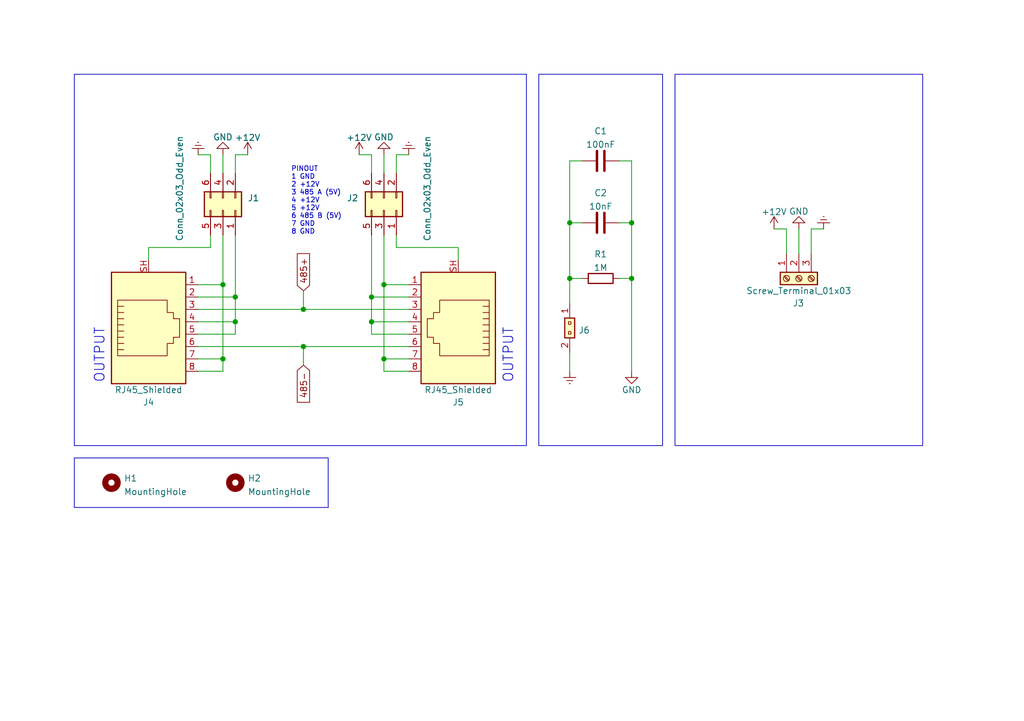
<source format=kicad_sch>
(kicad_sch (version 20230121) (generator eeschema)

  (uuid e63e39d7-6ac0-4ffd-8aa3-1841a4541b55)

  (paper "A5")

  (lib_symbols
    (symbol "Connector:RJ45_Shielded" (pin_names (offset 1.016)) (in_bom yes) (on_board yes)
      (property "Reference" "J" (at -5.08 13.97 0)
        (effects (font (size 1.27 1.27)) (justify right))
      )
      (property "Value" "RJ45_Shielded" (at 2.54 13.97 0)
        (effects (font (size 1.27 1.27)) (justify left))
      )
      (property "Footprint" "" (at 0 0.635 90)
        (effects (font (size 1.27 1.27)) hide)
      )
      (property "Datasheet" "~" (at 0 0.635 90)
        (effects (font (size 1.27 1.27)) hide)
      )
      (property "ki_keywords" "8P8C RJ female connector" (at 0 0 0)
        (effects (font (size 1.27 1.27)) hide)
      )
      (property "ki_description" "RJ connector, 8P8C (8 positions 8 connected), Shielded" (at 0 0 0)
        (effects (font (size 1.27 1.27)) hide)
      )
      (property "ki_fp_filters" "8P8C* RJ31* RJ32* RJ33* RJ34* RJ35* RJ41* RJ45* RJ49* RJ61*" (at 0 0 0)
        (effects (font (size 1.27 1.27)) hide)
      )
      (symbol "RJ45_Shielded_0_1"
        (polyline
          (pts
            (xy -5.08 4.445)
            (xy -6.35 4.445)
          )
          (stroke (width 0) (type default))
          (fill (type none))
        )
        (polyline
          (pts
            (xy -5.08 5.715)
            (xy -6.35 5.715)
          )
          (stroke (width 0) (type default))
          (fill (type none))
        )
        (polyline
          (pts
            (xy -6.35 -3.175)
            (xy -5.08 -3.175)
            (xy -5.08 -3.175)
          )
          (stroke (width 0) (type default))
          (fill (type none))
        )
        (polyline
          (pts
            (xy -6.35 -1.905)
            (xy -5.08 -1.905)
            (xy -5.08 -1.905)
          )
          (stroke (width 0) (type default))
          (fill (type none))
        )
        (polyline
          (pts
            (xy -6.35 -0.635)
            (xy -5.08 -0.635)
            (xy -5.08 -0.635)
          )
          (stroke (width 0) (type default))
          (fill (type none))
        )
        (polyline
          (pts
            (xy -6.35 0.635)
            (xy -5.08 0.635)
            (xy -5.08 0.635)
          )
          (stroke (width 0) (type default))
          (fill (type none))
        )
        (polyline
          (pts
            (xy -6.35 1.905)
            (xy -5.08 1.905)
            (xy -5.08 1.905)
          )
          (stroke (width 0) (type default))
          (fill (type none))
        )
        (polyline
          (pts
            (xy -5.08 3.175)
            (xy -6.35 3.175)
            (xy -6.35 3.175)
          )
          (stroke (width 0) (type default))
          (fill (type none))
        )
        (polyline
          (pts
            (xy -6.35 -4.445)
            (xy -6.35 6.985)
            (xy 3.81 6.985)
            (xy 3.81 4.445)
            (xy 5.08 4.445)
            (xy 5.08 3.175)
            (xy 6.35 3.175)
            (xy 6.35 -0.635)
            (xy 5.08 -0.635)
            (xy 5.08 -1.905)
            (xy 3.81 -1.905)
            (xy 3.81 -4.445)
            (xy -6.35 -4.445)
            (xy -6.35 -4.445)
          )
          (stroke (width 0) (type default))
          (fill (type none))
        )
        (rectangle (start 7.62 12.7) (end -7.62 -10.16)
          (stroke (width 0.254) (type default))
          (fill (type background))
        )
      )
      (symbol "RJ45_Shielded_1_1"
        (pin passive line (at 10.16 -7.62 180) (length 2.54)
          (name "~" (effects (font (size 1.27 1.27))))
          (number "1" (effects (font (size 1.27 1.27))))
        )
        (pin passive line (at 10.16 -5.08 180) (length 2.54)
          (name "~" (effects (font (size 1.27 1.27))))
          (number "2" (effects (font (size 1.27 1.27))))
        )
        (pin passive line (at 10.16 -2.54 180) (length 2.54)
          (name "~" (effects (font (size 1.27 1.27))))
          (number "3" (effects (font (size 1.27 1.27))))
        )
        (pin passive line (at 10.16 0 180) (length 2.54)
          (name "~" (effects (font (size 1.27 1.27))))
          (number "4" (effects (font (size 1.27 1.27))))
        )
        (pin passive line (at 10.16 2.54 180) (length 2.54)
          (name "~" (effects (font (size 1.27 1.27))))
          (number "5" (effects (font (size 1.27 1.27))))
        )
        (pin passive line (at 10.16 5.08 180) (length 2.54)
          (name "~" (effects (font (size 1.27 1.27))))
          (number "6" (effects (font (size 1.27 1.27))))
        )
        (pin passive line (at 10.16 7.62 180) (length 2.54)
          (name "~" (effects (font (size 1.27 1.27))))
          (number "7" (effects (font (size 1.27 1.27))))
        )
        (pin passive line (at 10.16 10.16 180) (length 2.54)
          (name "~" (effects (font (size 1.27 1.27))))
          (number "8" (effects (font (size 1.27 1.27))))
        )
        (pin passive line (at 0 -12.7 90) (length 2.54)
          (name "~" (effects (font (size 1.27 1.27))))
          (number "SH" (effects (font (size 1.27 1.27))))
        )
      )
    )
    (symbol "Connector:Screw_Terminal_01x03" (pin_names (offset 1.016) hide) (in_bom yes) (on_board yes)
      (property "Reference" "J" (at 0 5.08 0)
        (effects (font (size 1.27 1.27)))
      )
      (property "Value" "Screw_Terminal_01x03" (at 0 -5.08 0)
        (effects (font (size 1.27 1.27)))
      )
      (property "Footprint" "" (at 0 0 0)
        (effects (font (size 1.27 1.27)) hide)
      )
      (property "Datasheet" "~" (at 0 0 0)
        (effects (font (size 1.27 1.27)) hide)
      )
      (property "ki_keywords" "screw terminal" (at 0 0 0)
        (effects (font (size 1.27 1.27)) hide)
      )
      (property "ki_description" "Generic screw terminal, single row, 01x03, script generated (kicad-library-utils/schlib/autogen/connector/)" (at 0 0 0)
        (effects (font (size 1.27 1.27)) hide)
      )
      (property "ki_fp_filters" "TerminalBlock*:*" (at 0 0 0)
        (effects (font (size 1.27 1.27)) hide)
      )
      (symbol "Screw_Terminal_01x03_1_1"
        (rectangle (start -1.27 3.81) (end 1.27 -3.81)
          (stroke (width 0.254) (type default))
          (fill (type background))
        )
        (circle (center 0 -2.54) (radius 0.635)
          (stroke (width 0.1524) (type default))
          (fill (type none))
        )
        (polyline
          (pts
            (xy -0.5334 -2.2098)
            (xy 0.3302 -3.048)
          )
          (stroke (width 0.1524) (type default))
          (fill (type none))
        )
        (polyline
          (pts
            (xy -0.5334 0.3302)
            (xy 0.3302 -0.508)
          )
          (stroke (width 0.1524) (type default))
          (fill (type none))
        )
        (polyline
          (pts
            (xy -0.5334 2.8702)
            (xy 0.3302 2.032)
          )
          (stroke (width 0.1524) (type default))
          (fill (type none))
        )
        (polyline
          (pts
            (xy -0.3556 -2.032)
            (xy 0.508 -2.8702)
          )
          (stroke (width 0.1524) (type default))
          (fill (type none))
        )
        (polyline
          (pts
            (xy -0.3556 0.508)
            (xy 0.508 -0.3302)
          )
          (stroke (width 0.1524) (type default))
          (fill (type none))
        )
        (polyline
          (pts
            (xy -0.3556 3.048)
            (xy 0.508 2.2098)
          )
          (stroke (width 0.1524) (type default))
          (fill (type none))
        )
        (circle (center 0 0) (radius 0.635)
          (stroke (width 0.1524) (type default))
          (fill (type none))
        )
        (circle (center 0 2.54) (radius 0.635)
          (stroke (width 0.1524) (type default))
          (fill (type none))
        )
        (pin passive line (at -5.08 2.54 0) (length 3.81)
          (name "Pin_1" (effects (font (size 1.27 1.27))))
          (number "1" (effects (font (size 1.27 1.27))))
        )
        (pin passive line (at -5.08 0 0) (length 3.81)
          (name "Pin_2" (effects (font (size 1.27 1.27))))
          (number "2" (effects (font (size 1.27 1.27))))
        )
        (pin passive line (at -5.08 -2.54 0) (length 3.81)
          (name "Pin_3" (effects (font (size 1.27 1.27))))
          (number "3" (effects (font (size 1.27 1.27))))
        )
      )
    )
    (symbol "Connector_Generic:Conn_02x03_Odd_Even" (pin_names (offset 1.016) hide) (in_bom yes) (on_board yes)
      (property "Reference" "J" (at 1.27 5.08 0)
        (effects (font (size 1.27 1.27)))
      )
      (property "Value" "Conn_02x03_Odd_Even" (at 1.27 -5.08 0)
        (effects (font (size 1.27 1.27)))
      )
      (property "Footprint" "" (at 0 0 0)
        (effects (font (size 1.27 1.27)) hide)
      )
      (property "Datasheet" "~" (at 0 0 0)
        (effects (font (size 1.27 1.27)) hide)
      )
      (property "ki_keywords" "connector" (at 0 0 0)
        (effects (font (size 1.27 1.27)) hide)
      )
      (property "ki_description" "Generic connector, double row, 02x03, odd/even pin numbering scheme (row 1 odd numbers, row 2 even numbers), script generated (kicad-library-utils/schlib/autogen/connector/)" (at 0 0 0)
        (effects (font (size 1.27 1.27)) hide)
      )
      (property "ki_fp_filters" "Connector*:*_2x??_*" (at 0 0 0)
        (effects (font (size 1.27 1.27)) hide)
      )
      (symbol "Conn_02x03_Odd_Even_1_1"
        (rectangle (start -1.27 -2.413) (end 0 -2.667)
          (stroke (width 0.1524) (type default))
          (fill (type none))
        )
        (rectangle (start -1.27 0.127) (end 0 -0.127)
          (stroke (width 0.1524) (type default))
          (fill (type none))
        )
        (rectangle (start -1.27 2.667) (end 0 2.413)
          (stroke (width 0.1524) (type default))
          (fill (type none))
        )
        (rectangle (start -1.27 3.81) (end 3.81 -3.81)
          (stroke (width 0.254) (type default))
          (fill (type background))
        )
        (rectangle (start 3.81 -2.413) (end 2.54 -2.667)
          (stroke (width 0.1524) (type default))
          (fill (type none))
        )
        (rectangle (start 3.81 0.127) (end 2.54 -0.127)
          (stroke (width 0.1524) (type default))
          (fill (type none))
        )
        (rectangle (start 3.81 2.667) (end 2.54 2.413)
          (stroke (width 0.1524) (type default))
          (fill (type none))
        )
        (pin passive line (at -5.08 2.54 0) (length 3.81)
          (name "Pin_1" (effects (font (size 1.27 1.27))))
          (number "1" (effects (font (size 1.27 1.27))))
        )
        (pin passive line (at 7.62 2.54 180) (length 3.81)
          (name "Pin_2" (effects (font (size 1.27 1.27))))
          (number "2" (effects (font (size 1.27 1.27))))
        )
        (pin passive line (at -5.08 0 0) (length 3.81)
          (name "Pin_3" (effects (font (size 1.27 1.27))))
          (number "3" (effects (font (size 1.27 1.27))))
        )
        (pin passive line (at 7.62 0 180) (length 3.81)
          (name "Pin_4" (effects (font (size 1.27 1.27))))
          (number "4" (effects (font (size 1.27 1.27))))
        )
        (pin passive line (at -5.08 -2.54 0) (length 3.81)
          (name "Pin_5" (effects (font (size 1.27 1.27))))
          (number "5" (effects (font (size 1.27 1.27))))
        )
        (pin passive line (at 7.62 -2.54 180) (length 3.81)
          (name "Pin_6" (effects (font (size 1.27 1.27))))
          (number "6" (effects (font (size 1.27 1.27))))
        )
      )
    )
    (symbol "Device:C" (pin_numbers hide) (pin_names (offset 0.254)) (in_bom yes) (on_board yes)
      (property "Reference" "C" (at 0.635 2.54 0)
        (effects (font (size 1.27 1.27)) (justify left))
      )
      (property "Value" "C" (at 0.635 -2.54 0)
        (effects (font (size 1.27 1.27)) (justify left))
      )
      (property "Footprint" "" (at 0.9652 -3.81 0)
        (effects (font (size 1.27 1.27)) hide)
      )
      (property "Datasheet" "~" (at 0 0 0)
        (effects (font (size 1.27 1.27)) hide)
      )
      (property "ki_keywords" "cap capacitor" (at 0 0 0)
        (effects (font (size 1.27 1.27)) hide)
      )
      (property "ki_description" "Unpolarized capacitor" (at 0 0 0)
        (effects (font (size 1.27 1.27)) hide)
      )
      (property "ki_fp_filters" "C_*" (at 0 0 0)
        (effects (font (size 1.27 1.27)) hide)
      )
      (symbol "C_0_1"
        (polyline
          (pts
            (xy -2.032 -0.762)
            (xy 2.032 -0.762)
          )
          (stroke (width 0.508) (type default))
          (fill (type none))
        )
        (polyline
          (pts
            (xy -2.032 0.762)
            (xy 2.032 0.762)
          )
          (stroke (width 0.508) (type default))
          (fill (type none))
        )
      )
      (symbol "C_1_1"
        (pin passive line (at 0 3.81 270) (length 2.794)
          (name "~" (effects (font (size 1.27 1.27))))
          (number "1" (effects (font (size 1.27 1.27))))
        )
        (pin passive line (at 0 -3.81 90) (length 2.794)
          (name "~" (effects (font (size 1.27 1.27))))
          (number "2" (effects (font (size 1.27 1.27))))
        )
      )
    )
    (symbol "Device:R" (pin_numbers hide) (pin_names (offset 0)) (in_bom yes) (on_board yes)
      (property "Reference" "R" (at 2.032 0 90)
        (effects (font (size 1.27 1.27)))
      )
      (property "Value" "R" (at 0 0 90)
        (effects (font (size 1.27 1.27)))
      )
      (property "Footprint" "" (at -1.778 0 90)
        (effects (font (size 1.27 1.27)) hide)
      )
      (property "Datasheet" "~" (at 0 0 0)
        (effects (font (size 1.27 1.27)) hide)
      )
      (property "ki_keywords" "R res resistor" (at 0 0 0)
        (effects (font (size 1.27 1.27)) hide)
      )
      (property "ki_description" "Resistor" (at 0 0 0)
        (effects (font (size 1.27 1.27)) hide)
      )
      (property "ki_fp_filters" "R_*" (at 0 0 0)
        (effects (font (size 1.27 1.27)) hide)
      )
      (symbol "R_0_1"
        (rectangle (start -1.016 -2.54) (end 1.016 2.54)
          (stroke (width 0.254) (type default))
          (fill (type none))
        )
      )
      (symbol "R_1_1"
        (pin passive line (at 0 3.81 270) (length 1.27)
          (name "~" (effects (font (size 1.27 1.27))))
          (number "1" (effects (font (size 1.27 1.27))))
        )
        (pin passive line (at 0 -3.81 90) (length 1.27)
          (name "~" (effects (font (size 1.27 1.27))))
          (number "2" (effects (font (size 1.27 1.27))))
        )
      )
    )
    (symbol "Mechanical:MountingHole" (pin_names (offset 1.016)) (in_bom yes) (on_board yes)
      (property "Reference" "H" (at 0 5.08 0)
        (effects (font (size 1.27 1.27)))
      )
      (property "Value" "MountingHole" (at 0 3.175 0)
        (effects (font (size 1.27 1.27)))
      )
      (property "Footprint" "" (at 0 0 0)
        (effects (font (size 1.27 1.27)) hide)
      )
      (property "Datasheet" "~" (at 0 0 0)
        (effects (font (size 1.27 1.27)) hide)
      )
      (property "ki_keywords" "mounting hole" (at 0 0 0)
        (effects (font (size 1.27 1.27)) hide)
      )
      (property "ki_description" "Mounting Hole without connection" (at 0 0 0)
        (effects (font (size 1.27 1.27)) hide)
      )
      (property "ki_fp_filters" "MountingHole*" (at 0 0 0)
        (effects (font (size 1.27 1.27)) hide)
      )
      (symbol "MountingHole_0_1"
        (circle (center 0 0) (radius 1.27)
          (stroke (width 1.27) (type default))
          (fill (type none))
        )
      )
    )
    (symbol "kiu:1x02_Jumper" (in_bom yes) (on_board yes)
      (property "Reference" "J" (at 0 2.54 0)
        (effects (font (size 1.27 1.27)))
      )
      (property "Value" "1x02_Jumper" (at 0 -2.54 0)
        (effects (font (size 1.27 1.27)) hide)
      )
      (property "Footprint" "" (at 0 0 0)
        (effects (font (size 1.27 1.27)) hide)
      )
      (property "Datasheet" "" (at 0 0 0)
        (effects (font (size 1.27 1.27)) hide)
      )
      (symbol "1x02_Jumper_0_1"
        (rectangle (start -1.27 0.254) (end -0.762 -0.254)
          (stroke (width 0.1524) (type default))
          (fill (type none))
        )
        (rectangle (start 0.762 0.254) (end 1.27 -0.254)
          (stroke (width 0.1524) (type default))
          (fill (type none))
        )
      )
      (symbol "1x02_Jumper_1_1"
        (rectangle (start -2.032 1.016) (end 2.032 -1.016)
          (stroke (width 0.254) (type default))
          (fill (type background))
        )
        (pin passive line (at -5.08 0 0) (length 3.04)
          (name "" (effects (font (size 1.27 1.27))))
          (number "1" (effects (font (size 1.27 1.27))))
        )
        (pin passive line (at 5.08 0 180) (length 3.04)
          (name "" (effects (font (size 1.27 1.27))))
          (number "2" (effects (font (size 1.27 1.27))))
        )
      )
    )
    (symbol "power:+12V" (power) (pin_names (offset 0)) (in_bom yes) (on_board yes)
      (property "Reference" "#PWR" (at 0 -3.81 0)
        (effects (font (size 1.27 1.27)) hide)
      )
      (property "Value" "+12V" (at 0 3.556 0)
        (effects (font (size 1.27 1.27)))
      )
      (property "Footprint" "" (at 0 0 0)
        (effects (font (size 1.27 1.27)) hide)
      )
      (property "Datasheet" "" (at 0 0 0)
        (effects (font (size 1.27 1.27)) hide)
      )
      (property "ki_keywords" "global power" (at 0 0 0)
        (effects (font (size 1.27 1.27)) hide)
      )
      (property "ki_description" "Power symbol creates a global label with name \"+12V\"" (at 0 0 0)
        (effects (font (size 1.27 1.27)) hide)
      )
      (symbol "+12V_0_1"
        (polyline
          (pts
            (xy -0.762 1.27)
            (xy 0 2.54)
          )
          (stroke (width 0) (type default))
          (fill (type none))
        )
        (polyline
          (pts
            (xy 0 0)
            (xy 0 2.54)
          )
          (stroke (width 0) (type default))
          (fill (type none))
        )
        (polyline
          (pts
            (xy 0 2.54)
            (xy 0.762 1.27)
          )
          (stroke (width 0) (type default))
          (fill (type none))
        )
      )
      (symbol "+12V_1_1"
        (pin power_in line (at 0 0 90) (length 0) hide
          (name "+12V" (effects (font (size 1.27 1.27))))
          (number "1" (effects (font (size 1.27 1.27))))
        )
      )
    )
    (symbol "power:Earth" (power) (pin_names (offset 0)) (in_bom yes) (on_board yes)
      (property "Reference" "#PWR" (at 0 -6.35 0)
        (effects (font (size 1.27 1.27)) hide)
      )
      (property "Value" "Earth" (at 0 -3.81 0)
        (effects (font (size 1.27 1.27)) hide)
      )
      (property "Footprint" "" (at 0 0 0)
        (effects (font (size 1.27 1.27)) hide)
      )
      (property "Datasheet" "~" (at 0 0 0)
        (effects (font (size 1.27 1.27)) hide)
      )
      (property "ki_keywords" "power-flag ground gnd" (at 0 0 0)
        (effects (font (size 1.27 1.27)) hide)
      )
      (property "ki_description" "Power symbol creates a global label with name \"Earth\"" (at 0 0 0)
        (effects (font (size 1.27 1.27)) hide)
      )
      (symbol "Earth_0_1"
        (polyline
          (pts
            (xy -0.635 -1.905)
            (xy 0.635 -1.905)
          )
          (stroke (width 0) (type default))
          (fill (type none))
        )
        (polyline
          (pts
            (xy -0.127 -2.54)
            (xy 0.127 -2.54)
          )
          (stroke (width 0) (type default))
          (fill (type none))
        )
        (polyline
          (pts
            (xy 0 -1.27)
            (xy 0 0)
          )
          (stroke (width 0) (type default))
          (fill (type none))
        )
        (polyline
          (pts
            (xy 1.27 -1.27)
            (xy -1.27 -1.27)
          )
          (stroke (width 0) (type default))
          (fill (type none))
        )
      )
      (symbol "Earth_1_1"
        (pin power_in line (at 0 0 270) (length 0) hide
          (name "Earth" (effects (font (size 1.27 1.27))))
          (number "1" (effects (font (size 1.27 1.27))))
        )
      )
    )
    (symbol "power:GND" (power) (pin_names (offset 0)) (in_bom yes) (on_board yes)
      (property "Reference" "#PWR" (at 0 -6.35 0)
        (effects (font (size 1.27 1.27)) hide)
      )
      (property "Value" "GND" (at 0 -3.81 0)
        (effects (font (size 1.27 1.27)))
      )
      (property "Footprint" "" (at 0 0 0)
        (effects (font (size 1.27 1.27)) hide)
      )
      (property "Datasheet" "" (at 0 0 0)
        (effects (font (size 1.27 1.27)) hide)
      )
      (property "ki_keywords" "power-flag" (at 0 0 0)
        (effects (font (size 1.27 1.27)) hide)
      )
      (property "ki_description" "Power symbol creates a global label with name \"GND\" , ground" (at 0 0 0)
        (effects (font (size 1.27 1.27)) hide)
      )
      (symbol "GND_0_1"
        (polyline
          (pts
            (xy 0 0)
            (xy 0 -1.27)
            (xy 1.27 -1.27)
            (xy 0 -2.54)
            (xy -1.27 -1.27)
            (xy 0 -1.27)
          )
          (stroke (width 0) (type default))
          (fill (type none))
        )
      )
      (symbol "GND_1_1"
        (pin power_in line (at 0 0 270) (length 0) hide
          (name "GND" (effects (font (size 1.27 1.27))))
          (number "1" (effects (font (size 1.27 1.27))))
        )
      )
    )
  )

  (junction (at 78.74 58.42) (diameter 0) (color 0 0 0 0)
    (uuid 1aaed0d9-f778-481d-85d4-fdea37623d13)
  )
  (junction (at 62.23 63.5) (diameter 0) (color 0 0 0 0)
    (uuid 280dc5a3-42bd-46e6-a420-28246279bc5a)
  )
  (junction (at 76.2 66.04) (diameter 0) (color 0 0 0 0)
    (uuid 34ae0894-a75f-46c9-bbf7-e00a5bd02536)
  )
  (junction (at 62.23 71.12) (diameter 0) (color 0 0 0 0)
    (uuid 40f9af0c-d013-423a-916c-d4281e7b4853)
  )
  (junction (at 78.74 73.66) (diameter 0) (color 0 0 0 0)
    (uuid 559ff4f7-6f8b-4b67-8202-b7320fb71b85)
  )
  (junction (at 76.2 60.96) (diameter 0) (color 0 0 0 0)
    (uuid 55c7b09d-c377-4a94-9a0d-5ea8bfebcc4c)
  )
  (junction (at 48.26 60.96) (diameter 0) (color 0 0 0 0)
    (uuid 6ccba65a-4335-4d09-9846-c1837ed23bfc)
  )
  (junction (at 129.54 45.72) (diameter 0) (color 0 0 0 0)
    (uuid 721670ed-bc88-4788-8aec-eb7911c5c8fd)
  )
  (junction (at 116.84 57.15) (diameter 0) (color 0 0 0 0)
    (uuid 77514ba1-9a6b-4251-b0eb-81c10e251b9e)
  )
  (junction (at 116.84 45.72) (diameter 0) (color 0 0 0 0)
    (uuid 80eafd0c-79fb-4cb6-a575-e999ff693e07)
  )
  (junction (at 45.72 58.42) (diameter 0) (color 0 0 0 0)
    (uuid 9020d967-3f34-413a-a2ed-85f6b1ed99f9)
  )
  (junction (at 129.54 57.15) (diameter 0) (color 0 0 0 0)
    (uuid 92711fc8-27e9-4777-bd45-eb494ec2a330)
  )
  (junction (at 45.72 73.66) (diameter 0) (color 0 0 0 0)
    (uuid b3c96d0b-6464-4d78-b7d0-de99ba897a87)
  )
  (junction (at 48.26 66.04) (diameter 0) (color 0 0 0 0)
    (uuid ba161faf-f8d0-410e-929d-dcbbd87e6a7e)
  )

  (wire (pts (xy 40.64 76.2) (xy 45.72 76.2))
    (stroke (width 0) (type default))
    (uuid 02752e87-8afa-490d-816e-cae41536f04d)
  )
  (wire (pts (xy 48.26 68.58) (xy 48.26 66.04))
    (stroke (width 0) (type default))
    (uuid 036d89e8-a787-4cc4-86e2-6951effe0326)
  )
  (wire (pts (xy 40.64 73.66) (xy 45.72 73.66))
    (stroke (width 0) (type default))
    (uuid 056f5d0c-9200-4da1-ad1b-c7b88c33edff)
  )
  (wire (pts (xy 129.54 57.15) (xy 129.54 76.2))
    (stroke (width 0) (type default))
    (uuid 0815c40d-dd92-4b2f-8c01-a41c39509e80)
  )
  (polyline (pts (xy 67.31 104.14) (xy 67.31 93.98))
    (stroke (width 0) (type default))
    (uuid 0ce3f431-f2f6-4b39-a635-a3cb8101c61a)
  )
  (polyline (pts (xy 15.24 93.98) (xy 15.24 104.14))
    (stroke (width 0) (type default))
    (uuid 14878aa3-f7e5-4e5a-86c9-c763b6e91692)
  )

  (wire (pts (xy 78.74 73.66) (xy 78.74 76.2))
    (stroke (width 0) (type default))
    (uuid 18c2b025-f4fa-4998-b773-fd64c5d5f82d)
  )
  (wire (pts (xy 76.2 60.96) (xy 76.2 66.04))
    (stroke (width 0) (type default))
    (uuid 1da94f4c-7452-4695-ae6a-be6c8c28382c)
  )
  (wire (pts (xy 127 33.02) (xy 129.54 33.02))
    (stroke (width 0) (type default))
    (uuid 241f0f98-a45b-432f-83f3-497a06a72493)
  )
  (wire (pts (xy 62.23 59.69) (xy 62.23 63.5))
    (stroke (width 0) (type default))
    (uuid 28da4994-ff0d-4eb2-8214-8d4d33a42628)
  )
  (wire (pts (xy 40.64 63.5) (xy 62.23 63.5))
    (stroke (width 0) (type default))
    (uuid 2d3573c1-18b8-4ec2-9ce9-bea043ed0d8d)
  )
  (wire (pts (xy 161.29 46.99) (xy 158.75 46.99))
    (stroke (width 0) (type default))
    (uuid 30585c71-ad7e-4370-8a08-17e4bae1c413)
  )
  (polyline (pts (xy 15.24 93.98) (xy 67.31 93.98))
    (stroke (width 0) (type default))
    (uuid 325f22b0-b331-4d4b-8098-8cad32afc7b7)
  )

  (wire (pts (xy 116.84 33.02) (xy 116.84 45.72))
    (stroke (width 0) (type default))
    (uuid 33b2d1d3-5ccd-4bbd-a2cb-5bb0d930b7d9)
  )
  (polyline (pts (xy 15.24 15.24) (xy 15.24 91.44))
    (stroke (width 0) (type default))
    (uuid 38dc56ca-4146-41b8-8aec-bd09506b5df9)
  )

  (wire (pts (xy 163.83 46.99) (xy 163.83 52.07))
    (stroke (width 0) (type default))
    (uuid 399a82cd-7113-4ccd-a0c8-e6f0650f199b)
  )
  (wire (pts (xy 93.98 50.8) (xy 81.28 50.8))
    (stroke (width 0) (type default))
    (uuid 41751959-8537-473f-acfa-8b2af0060ddc)
  )
  (polyline (pts (xy 107.95 15.24) (xy 15.24 15.24))
    (stroke (width 0) (type default))
    (uuid 46365344-e7b9-4360-8a64-616fbb869d15)
  )

  (wire (pts (xy 83.82 66.04) (xy 76.2 66.04))
    (stroke (width 0) (type default))
    (uuid 4902cc2d-95ae-4dbe-b768-2b51610ebdd2)
  )
  (wire (pts (xy 78.74 31.75) (xy 78.74 35.56))
    (stroke (width 0) (type default))
    (uuid 4b65f34e-5f0b-4a73-ad3d-cf54e5585931)
  )
  (wire (pts (xy 116.84 57.15) (xy 116.84 62.23))
    (stroke (width 0) (type default))
    (uuid 4e34c7e9-3966-46b7-893d-caa652949b36)
  )
  (wire (pts (xy 40.64 66.04) (xy 48.26 66.04))
    (stroke (width 0) (type default))
    (uuid 4fdf2032-a1c9-42ee-bd55-fc4f59dace8d)
  )
  (wire (pts (xy 43.18 35.56) (xy 43.18 31.75))
    (stroke (width 0) (type default))
    (uuid 541309b1-480c-49eb-9bc1-71d35fbed750)
  )
  (wire (pts (xy 161.29 46.99) (xy 161.29 52.07))
    (stroke (width 0) (type default))
    (uuid 541cb8ee-c811-4287-ad57-56eb1cb74150)
  )
  (wire (pts (xy 76.2 68.58) (xy 76.2 66.04))
    (stroke (width 0) (type default))
    (uuid 54279748-6fb1-436c-b240-b8eaea8300ab)
  )
  (wire (pts (xy 45.72 48.26) (xy 45.72 58.42))
    (stroke (width 0) (type default))
    (uuid 5bb6c67b-f34d-4f73-bc57-4635b96226ab)
  )
  (wire (pts (xy 40.64 58.42) (xy 45.72 58.42))
    (stroke (width 0) (type default))
    (uuid 5ee89c1e-1055-4afa-b212-d47a8362c343)
  )
  (wire (pts (xy 76.2 35.56) (xy 76.2 31.75))
    (stroke (width 0) (type default))
    (uuid 6159954f-2903-41ea-87f0-4ea3cb51c92a)
  )
  (wire (pts (xy 45.72 73.66) (xy 45.72 76.2))
    (stroke (width 0) (type default))
    (uuid 62c4b9e6-bf69-4cac-bf7f-f751dfd98ea5)
  )
  (polyline (pts (xy 15.24 104.14) (xy 67.31 104.14))
    (stroke (width 0) (type default))
    (uuid 62eebd2e-0492-48b4-953c-a8a55d9037d8)
  )

  (wire (pts (xy 127 45.72) (xy 129.54 45.72))
    (stroke (width 0) (type default))
    (uuid 67bb123a-b09d-4c04-be53-c4f673e09891)
  )
  (wire (pts (xy 45.72 58.42) (xy 45.72 73.66))
    (stroke (width 0) (type default))
    (uuid 6953dc45-af1c-4c1a-afce-3f0feed31795)
  )
  (wire (pts (xy 30.48 50.8) (xy 43.18 50.8))
    (stroke (width 0) (type default))
    (uuid 6ce737cb-23e5-4847-922b-255ea0835b35)
  )
  (wire (pts (xy 166.37 46.99) (xy 166.37 52.07))
    (stroke (width 0) (type default))
    (uuid 7406739b-136e-4f2e-9d84-1b6e7f44009e)
  )
  (wire (pts (xy 48.26 35.56) (xy 48.26 31.75))
    (stroke (width 0) (type default))
    (uuid 741da247-cba8-428b-9163-588c723d27da)
  )
  (wire (pts (xy 40.64 60.96) (xy 48.26 60.96))
    (stroke (width 0) (type default))
    (uuid 748afc84-79bf-42f8-a84e-f69bbb6a1668)
  )
  (wire (pts (xy 129.54 33.02) (xy 129.54 45.72))
    (stroke (width 0) (type default))
    (uuid 7a9d2e8c-47ad-46a0-970e-c6b0cb371e35)
  )
  (polyline (pts (xy 107.95 91.44) (xy 107.95 15.24))
    (stroke (width 0) (type default))
    (uuid 7f7b590c-c392-4af4-a0af-82cfda279e43)
  )

  (wire (pts (xy 48.26 60.96) (xy 48.26 66.04))
    (stroke (width 0) (type default))
    (uuid 819ca1a1-9922-4280-afa8-9045d4bc49b1)
  )
  (wire (pts (xy 78.74 73.66) (xy 83.82 73.66))
    (stroke (width 0) (type default))
    (uuid 8218d3fa-131f-48de-a73d-c6145ea4ef92)
  )
  (wire (pts (xy 116.84 72.39) (xy 116.84 76.2))
    (stroke (width 0) (type default))
    (uuid 82e1d53c-0f00-4d8d-b00f-b7c8ecff9d7e)
  )
  (wire (pts (xy 40.64 68.58) (xy 48.26 68.58))
    (stroke (width 0) (type default))
    (uuid 8c74a00b-8b7e-43c3-95d8-40fa943d75c9)
  )
  (wire (pts (xy 43.18 31.75) (xy 40.64 31.75))
    (stroke (width 0) (type default))
    (uuid 949133d6-a4e4-451f-a1e4-313130a7b528)
  )
  (wire (pts (xy 83.82 68.58) (xy 76.2 68.58))
    (stroke (width 0) (type default))
    (uuid 96aac55b-4efb-4329-9e80-b0bd554ba26f)
  )
  (wire (pts (xy 78.74 58.42) (xy 83.82 58.42))
    (stroke (width 0) (type default))
    (uuid 97c03957-471b-4879-a712-f11e92575643)
  )
  (wire (pts (xy 62.23 63.5) (xy 83.82 63.5))
    (stroke (width 0) (type default))
    (uuid 9ce516d6-43a8-40ae-82a5-badf2b94461a)
  )
  (wire (pts (xy 48.26 31.75) (xy 50.8 31.75))
    (stroke (width 0) (type default))
    (uuid 9ef746b3-405a-4a36-af5f-8d3a985a97bf)
  )
  (wire (pts (xy 116.84 57.15) (xy 119.38 57.15))
    (stroke (width 0) (type default))
    (uuid a59c8517-8848-4632-8ac2-155fd7ff97e8)
  )
  (wire (pts (xy 129.54 45.72) (xy 129.54 57.15))
    (stroke (width 0) (type default))
    (uuid a7c74fd8-631f-4fac-aec6-3ad2d19926e1)
  )
  (wire (pts (xy 43.18 50.8) (xy 43.18 48.26))
    (stroke (width 0) (type default))
    (uuid a9b87569-438e-4bf6-a52f-0e5c38549d55)
  )
  (wire (pts (xy 76.2 60.96) (xy 83.82 60.96))
    (stroke (width 0) (type default))
    (uuid ab84a227-7a8b-4a9a-8b6f-554c73c8f712)
  )
  (wire (pts (xy 76.2 31.75) (xy 73.66 31.75))
    (stroke (width 0) (type default))
    (uuid aeaeb465-0316-43bb-970f-9e2dff0b9a1a)
  )
  (wire (pts (xy 119.38 33.02) (xy 116.84 33.02))
    (stroke (width 0) (type default))
    (uuid b3443cfd-fee9-4447-91d5-75aba34ec9f5)
  )
  (wire (pts (xy 78.74 48.26) (xy 78.74 58.42))
    (stroke (width 0) (type default))
    (uuid bbc3f8cf-e574-4f84-8aef-4c00b35c0531)
  )
  (wire (pts (xy 48.26 48.26) (xy 48.26 60.96))
    (stroke (width 0) (type default))
    (uuid bc2fb9b3-bdc5-4081-b6a9-733cd597f226)
  )
  (wire (pts (xy 93.98 53.34) (xy 93.98 50.8))
    (stroke (width 0) (type default))
    (uuid c645c558-5469-4c29-af28-72129ced372b)
  )
  (wire (pts (xy 127 57.15) (xy 129.54 57.15))
    (stroke (width 0) (type default))
    (uuid c65308f0-3eb9-4e87-927b-70d544a7b1a3)
  )
  (wire (pts (xy 81.28 31.75) (xy 83.82 31.75))
    (stroke (width 0) (type default))
    (uuid cb73aa1b-7f0e-4e5d-88aa-712e00b4ecff)
  )
  (wire (pts (xy 62.23 71.12) (xy 62.23 74.93))
    (stroke (width 0) (type default))
    (uuid d0421f43-5859-485e-a0c6-4110821d291b)
  )
  (wire (pts (xy 45.72 31.75) (xy 45.72 35.56))
    (stroke (width 0) (type default))
    (uuid d4debf19-85a8-4914-acd6-c72e15a9239d)
  )
  (wire (pts (xy 116.84 45.72) (xy 119.38 45.72))
    (stroke (width 0) (type default))
    (uuid d551305f-35ff-4dab-9fd2-b7df2b9d7a85)
  )
  (wire (pts (xy 166.37 46.99) (xy 168.91 46.99))
    (stroke (width 0) (type default))
    (uuid db214a34-b224-4901-8b5e-4507846894ab)
  )
  (wire (pts (xy 83.82 76.2) (xy 78.74 76.2))
    (stroke (width 0) (type default))
    (uuid dce63753-59a0-43cf-9aff-d46aebbf8842)
  )
  (wire (pts (xy 116.84 45.72) (xy 116.84 57.15))
    (stroke (width 0) (type default))
    (uuid dd41253d-4e85-4073-8789-c8890f429316)
  )
  (wire (pts (xy 30.48 53.34) (xy 30.48 50.8))
    (stroke (width 0) (type default))
    (uuid e58d0dd7-c10a-4958-b30e-ef3184638cc5)
  )
  (polyline (pts (xy 15.24 91.44) (xy 107.95 91.44))
    (stroke (width 0) (type default))
    (uuid e9335b9e-2af9-4fa1-b38b-af6c370a95c9)
  )

  (wire (pts (xy 81.28 35.56) (xy 81.28 31.75))
    (stroke (width 0) (type default))
    (uuid f2e02a86-61b8-4577-a281-bcb99dd92373)
  )
  (wire (pts (xy 78.74 58.42) (xy 78.74 73.66))
    (stroke (width 0) (type default))
    (uuid f9751d28-5144-4846-9883-2828d0d84bf8)
  )
  (wire (pts (xy 76.2 48.26) (xy 76.2 60.96))
    (stroke (width 0) (type default))
    (uuid fab1830d-e1a0-4acd-b931-b01fe56d3e9c)
  )
  (wire (pts (xy 40.64 71.12) (xy 62.23 71.12))
    (stroke (width 0) (type default))
    (uuid fad61e34-1e1b-4316-8f88-ea5b1e3f4c0f)
  )
  (wire (pts (xy 81.28 50.8) (xy 81.28 48.26))
    (stroke (width 0) (type default))
    (uuid fb2a3857-0731-400a-a6cc-226cc0ce5ee6)
  )
  (wire (pts (xy 62.23 71.12) (xy 83.82 71.12))
    (stroke (width 0) (type default))
    (uuid fbb64622-36a4-433d-8e29-1e2867b5d5e1)
  )

  (rectangle (start 138.43 15.24) (end 189.23 91.44)
    (stroke (width 0) (type default))
    (fill (type none))
    (uuid b76c2655-4a07-4ae3-976f-a9afd0161216)
  )
  (rectangle (start 110.49 15.24) (end 135.89 91.44)
    (stroke (width 0) (type solid))
    (fill (type none))
    (uuid b82e7549-b1d7-47ca-a23a-26c7e8bdbaa1)
  )

  (text "PINOUT\n1 GND\n2 +12V\n3 485 A (5V)\n4 +12V\n5 +12V\n6 485 B (5V)\n7 GND\n8 GND\n"
    (at 59.69 48.26 0)
    (effects (font (size 1 1)) (justify left bottom))
    (uuid 40b04c60-9b08-42c1-97b5-08b2bdbe5608)
  )
  (text "OUTPUT" (at 105.41 78.74 90)
    (effects (font (size 2 2)) (justify left bottom))
    (uuid ba97a481-5128-4143-8210-e18e6a10c792)
  )
  (text "OUTPUT" (at 21.59 78.74 90)
    (effects (font (size 2 2)) (justify left bottom))
    (uuid c627a2b7-7b2a-42f2-8fc7-70e7a34af7bd)
  )

  (global_label "485+" (shape input) (at 62.23 59.69 90) (fields_autoplaced)
    (effects (font (size 1.27 1.27)) (justify left))
    (uuid 569a0e33-2699-49de-845e-1e4d7dd819df)
    (property "Intersheetrefs" "${INTERSHEET_REFS}" (at 62.1506 52.0759 90)
      (effects (font (size 1.27 1.27)) (justify left) hide)
    )
  )
  (global_label "485-" (shape input) (at 62.23 74.93 270) (fields_autoplaced)
    (effects (font (size 1.27 1.27)) (justify right))
    (uuid f7492be9-42a3-4d82-948b-2801457469a4)
    (property "Intersheetrefs" "${INTERSHEET_REFS}" (at 62.1506 82.5441 90)
      (effects (font (size 1.27 1.27)) (justify right) hide)
    )
  )

  (symbol (lib_id "power:+12V") (at 158.75 46.99 0) (unit 1)
    (in_bom yes) (on_board yes) (dnp no) (fields_autoplaced)
    (uuid 02510de6-6391-4970-844c-5c133a5a5981)
    (property "Reference" "#PWR07" (at 158.75 50.8 0)
      (effects (font (size 1.27 1.27)) hide)
    )
    (property "Value" "+12V" (at 158.75 43.4881 0)
      (effects (font (size 1.27 1.27)))
    )
    (property "Footprint" "" (at 158.75 46.99 0)
      (effects (font (size 1.27 1.27)) hide)
    )
    (property "Datasheet" "" (at 158.75 46.99 0)
      (effects (font (size 1.27 1.27)) hide)
    )
    (pin "1" (uuid 8a69f37c-b67c-4811-ac03-667f92c1b869))
    (instances
      (project "kha-pwr-terminal"
        (path "/e63e39d7-6ac0-4ffd-8aa3-1841a4541b55"
          (reference "#PWR07") (unit 1)
        )
      )
    )
  )

  (symbol (lib_id "power:GND") (at 129.54 76.2 0) (unit 1)
    (in_bom yes) (on_board yes) (dnp no)
    (uuid 1879eb5c-7dde-4497-803a-d17126576366)
    (property "Reference" "#PWR011" (at 129.54 82.55 0)
      (effects (font (size 1.27 1.27)) hide)
    )
    (property "Value" "GND" (at 129.54 80.01 0)
      (effects (font (size 1.27 1.27)))
    )
    (property "Footprint" "" (at 129.54 76.2 0)
      (effects (font (size 1.27 1.27)) hide)
    )
    (property "Datasheet" "" (at 129.54 76.2 0)
      (effects (font (size 1.27 1.27)) hide)
    )
    (pin "1" (uuid 382789d5-f6cb-410e-8bb5-8710e1dfb3e8))
    (instances
      (project "kha-pwr-terminal"
        (path "/e63e39d7-6ac0-4ffd-8aa3-1841a4541b55"
          (reference "#PWR011") (unit 1)
        )
      )
    )
  )

  (symbol (lib_id "Mechanical:MountingHole") (at 22.86 99.06 0) (unit 1)
    (in_bom yes) (on_board yes) (dnp no) (fields_autoplaced)
    (uuid 19c54712-e1e3-4f5c-8f34-d34a3732f18b)
    (property "Reference" "H1" (at 25.4 98.1515 0)
      (effects (font (size 1.27 1.27)) (justify left))
    )
    (property "Value" "MountingHole" (at 25.4 100.9266 0)
      (effects (font (size 1.27 1.27)) (justify left))
    )
    (property "Footprint" "MountingHole:MountingHole_3.2mm_M3" (at 22.86 99.06 0)
      (effects (font (size 1.27 1.27)) hide)
    )
    (property "Datasheet" "~" (at 22.86 99.06 0)
      (effects (font (size 1.27 1.27)) hide)
    )
    (instances
      (project "kha-pwr-terminal"
        (path "/e63e39d7-6ac0-4ffd-8aa3-1841a4541b55"
          (reference "H1") (unit 1)
        )
      )
    )
  )

  (symbol (lib_id "power:GND") (at 78.74 31.75 0) (mirror x) (unit 1)
    (in_bom yes) (on_board yes) (dnp no) (fields_autoplaced)
    (uuid 359916ff-56a4-4130-81dd-6ad5eddaa17c)
    (property "Reference" "#PWR05" (at 78.74 25.4 0)
      (effects (font (size 1.27 1.27)) hide)
    )
    (property "Value" "GND" (at 78.74 28.1455 0)
      (effects (font (size 1.27 1.27)))
    )
    (property "Footprint" "" (at 78.74 31.75 0)
      (effects (font (size 1.27 1.27)) hide)
    )
    (property "Datasheet" "" (at 78.74 31.75 0)
      (effects (font (size 1.27 1.27)) hide)
    )
    (pin "1" (uuid 8f4a3b77-50ec-41ec-afee-5fdc3fcc1d87))
    (instances
      (project "kha-pwr-terminal"
        (path "/e63e39d7-6ac0-4ffd-8aa3-1841a4541b55"
          (reference "#PWR05") (unit 1)
        )
      )
    )
  )

  (symbol (lib_id "power:+12V") (at 50.8 31.75 0) (unit 1)
    (in_bom yes) (on_board yes) (dnp no) (fields_autoplaced)
    (uuid 3acd4e43-0b83-432c-acec-942b9973cc55)
    (property "Reference" "#PWR03" (at 50.8 35.56 0)
      (effects (font (size 1.27 1.27)) hide)
    )
    (property "Value" "+12V" (at 50.8 28.2481 0)
      (effects (font (size 1.27 1.27)))
    )
    (property "Footprint" "" (at 50.8 31.75 0)
      (effects (font (size 1.27 1.27)) hide)
    )
    (property "Datasheet" "" (at 50.8 31.75 0)
      (effects (font (size 1.27 1.27)) hide)
    )
    (pin "1" (uuid a4699fe4-1df2-41c2-8720-a651b4060626))
    (instances
      (project "kha-pwr-terminal"
        (path "/e63e39d7-6ac0-4ffd-8aa3-1841a4541b55"
          (reference "#PWR03") (unit 1)
        )
      )
    )
  )

  (symbol (lib_id "Connector:Screw_Terminal_01x03") (at 163.83 57.15 90) (mirror x) (unit 1)
    (in_bom yes) (on_board yes) (dnp no)
    (uuid 533e9818-161f-4d17-a268-00924d0722e7)
    (property "Reference" "J3" (at 162.56 62.23 90)
      (effects (font (size 1.27 1.27)) (justify right))
    )
    (property "Value" "Screw_Terminal_01x03" (at 163.83 59.69 90)
      (effects (font (size 1.27 1.27)))
    )
    (property "Footprint" "TerminalBlock_RND:TerminalBlock_RND_205-00233_1x03_P5.08mm_Horizontal" (at 163.83 57.15 0)
      (effects (font (size 1.27 1.27)) hide)
    )
    (property "Datasheet" "~" (at 163.83 57.15 0)
      (effects (font (size 1.27 1.27)) hide)
    )
    (pin "1" (uuid f327702d-aa18-48f7-9900-b3b34b79ec84))
    (pin "2" (uuid e4891e05-3a05-4779-b1ee-a309bba362fb))
    (pin "3" (uuid d10d5a4e-583b-4759-8a54-0b3cf3756970))
    (instances
      (project "kha-pwr-terminal"
        (path "/e63e39d7-6ac0-4ffd-8aa3-1841a4541b55"
          (reference "J3") (unit 1)
        )
      )
    )
  )

  (symbol (lib_id "Connector:RJ45_Shielded") (at 30.48 66.04 0) (mirror x) (unit 1)
    (in_bom yes) (on_board yes) (dnp no)
    (uuid 661e6904-fb2c-420d-b665-99f330e9f1e0)
    (property "Reference" "J4" (at 30.48 82.55 0)
      (effects (font (size 1.27 1.27)))
    )
    (property "Value" "RJ45_Shielded" (at 30.48 80.01 0)
      (effects (font (size 1.27 1.27)))
    )
    (property "Footprint" "kiu:GDLX-S-88K" (at 30.48 66.675 90)
      (effects (font (size 1.27 1.27)) hide)
    )
    (property "Datasheet" "~" (at 30.48 66.675 90)
      (effects (font (size 1.27 1.27)) hide)
    )
    (pin "1" (uuid 43a2305e-72be-4b90-915b-aa9046a561de))
    (pin "2" (uuid f250bdfe-92c5-4b84-9986-34a4203362e9))
    (pin "3" (uuid cf43d2ad-dcbd-445a-a646-1fd9a722c52b))
    (pin "4" (uuid 3095b0f9-78d5-4a07-b71c-f48a9c58e7ec))
    (pin "5" (uuid 556eaa74-9381-481c-92e8-5831de22ee29))
    (pin "6" (uuid a59beaac-ad6b-4af7-8712-34460574c822))
    (pin "7" (uuid 34c8e48c-df20-4761-b3de-cb194cc8b5a9))
    (pin "8" (uuid 6898fed6-7459-4344-a091-e4b8736e1332))
    (pin "SH" (uuid c4a62205-2988-49f5-bc6a-7613600d4793))
    (instances
      (project "kha-pwr-terminal"
        (path "/e63e39d7-6ac0-4ffd-8aa3-1841a4541b55"
          (reference "J4") (unit 1)
        )
      )
    )
  )

  (symbol (lib_id "power:+12V") (at 73.66 31.75 0) (unit 1)
    (in_bom yes) (on_board yes) (dnp no) (fields_autoplaced)
    (uuid 73f9d33e-cfb5-4eac-936d-21b7584979b8)
    (property "Reference" "#PWR04" (at 73.66 35.56 0)
      (effects (font (size 1.27 1.27)) hide)
    )
    (property "Value" "+12V" (at 73.66 28.2481 0)
      (effects (font (size 1.27 1.27)))
    )
    (property "Footprint" "" (at 73.66 31.75 0)
      (effects (font (size 1.27 1.27)) hide)
    )
    (property "Datasheet" "" (at 73.66 31.75 0)
      (effects (font (size 1.27 1.27)) hide)
    )
    (pin "1" (uuid 4ba30758-720c-457c-87f7-bfe4c5686677))
    (instances
      (project "kha-pwr-terminal"
        (path "/e63e39d7-6ac0-4ffd-8aa3-1841a4541b55"
          (reference "#PWR04") (unit 1)
        )
      )
    )
  )

  (symbol (lib_id "power:Earth") (at 40.64 31.75 180) (unit 1)
    (in_bom yes) (on_board yes) (dnp no) (fields_autoplaced)
    (uuid 7eb6ae21-32e2-4c93-b178-a0564f43d25c)
    (property "Reference" "#PWR01" (at 40.64 25.4 0)
      (effects (font (size 1.27 1.27)) hide)
    )
    (property "Value" "Earth" (at 40.64 27.94 0)
      (effects (font (size 1.27 1.27)) hide)
    )
    (property "Footprint" "" (at 40.64 31.75 0)
      (effects (font (size 1.27 1.27)) hide)
    )
    (property "Datasheet" "~" (at 40.64 31.75 0)
      (effects (font (size 1.27 1.27)) hide)
    )
    (pin "1" (uuid a05af406-256f-457e-9c94-61dc5d970ec4))
    (instances
      (project "kha-pwr-terminal"
        (path "/e63e39d7-6ac0-4ffd-8aa3-1841a4541b55"
          (reference "#PWR01") (unit 1)
        )
      )
    )
  )

  (symbol (lib_id "Connector:RJ45_Shielded") (at 93.98 66.04 180) (unit 1)
    (in_bom yes) (on_board yes) (dnp no)
    (uuid 8a5fafc3-63d8-4a60-ab8e-566fd7834f9e)
    (property "Reference" "J5" (at 93.98 82.55 0)
      (effects (font (size 1.27 1.27)))
    )
    (property "Value" "RJ45_Shielded" (at 93.98 80.01 0)
      (effects (font (size 1.27 1.27)))
    )
    (property "Footprint" "kiu:GDLX-S-88K" (at 93.98 66.675 90)
      (effects (font (size 1.27 1.27)) hide)
    )
    (property "Datasheet" "~" (at 93.98 66.675 90)
      (effects (font (size 1.27 1.27)) hide)
    )
    (pin "1" (uuid 2cc4b970-e155-42ad-b2e1-9cd4ab932a52))
    (pin "2" (uuid 5175b5d3-faae-4581-8bed-19d5f44aceaa))
    (pin "3" (uuid 2b68ca3a-4dbb-495c-b293-4770a5aa3729))
    (pin "4" (uuid 6e038a48-c7d5-4736-8a9a-ae3bf08fb8e1))
    (pin "5" (uuid a42ac32a-2ede-41fd-96db-030f54aaf804))
    (pin "6" (uuid 25a67e3a-8035-4359-9fe1-eeb3e09e4926))
    (pin "7" (uuid 2ee82e40-9c86-4e34-bac4-a1c5a528068e))
    (pin "8" (uuid 45a1f3f0-d029-44e1-9c64-3b372a0eb7f6))
    (pin "SH" (uuid 1114ca3f-212b-4c34-a0bb-8e2556d4a1ee))
    (instances
      (project "kha-pwr-terminal"
        (path "/e63e39d7-6ac0-4ffd-8aa3-1841a4541b55"
          (reference "J5") (unit 1)
        )
      )
    )
  )

  (symbol (lib_id "Device:C") (at 123.19 33.02 90) (unit 1)
    (in_bom yes) (on_board yes) (dnp no) (fields_autoplaced)
    (uuid 915c6f9d-c5cb-4ab2-b0b9-4bee97cc75b1)
    (property "Reference" "C1" (at 123.19 26.8945 90)
      (effects (font (size 1.27 1.27)))
    )
    (property "Value" "100nF" (at 123.19 29.6696 90)
      (effects (font (size 1.27 1.27)))
    )
    (property "Footprint" "Capacitor_SMD:C_0805_2012Metric" (at 127 32.0548 0)
      (effects (font (size 1.27 1.27)) hide)
    )
    (property "Datasheet" "~" (at 123.19 33.02 0)
      (effects (font (size 1.27 1.27)) hide)
    )
    (pin "1" (uuid f170ce98-75c5-463f-a3c9-08b288c17e48))
    (pin "2" (uuid c6e05d72-d49b-4a82-97a7-21c70bd4c1e1))
    (instances
      (project "kha-pwr-terminal"
        (path "/e63e39d7-6ac0-4ffd-8aa3-1841a4541b55"
          (reference "C1") (unit 1)
        )
      )
    )
  )

  (symbol (lib_id "Mechanical:MountingHole") (at 48.26 99.06 0) (unit 1)
    (in_bom yes) (on_board yes) (dnp no) (fields_autoplaced)
    (uuid 98527b9c-8f3e-4b7c-8002-5987b0cbb3fa)
    (property "Reference" "H2" (at 50.8 98.1515 0)
      (effects (font (size 1.27 1.27)) (justify left))
    )
    (property "Value" "MountingHole" (at 50.8 100.9266 0)
      (effects (font (size 1.27 1.27)) (justify left))
    )
    (property "Footprint" "MountingHole:MountingHole_3.2mm_M3" (at 48.26 99.06 0)
      (effects (font (size 1.27 1.27)) hide)
    )
    (property "Datasheet" "~" (at 48.26 99.06 0)
      (effects (font (size 1.27 1.27)) hide)
    )
    (instances
      (project "kha-pwr-terminal"
        (path "/e63e39d7-6ac0-4ffd-8aa3-1841a4541b55"
          (reference "H2") (unit 1)
        )
      )
    )
  )

  (symbol (lib_id "power:GND") (at 163.83 46.99 180) (unit 1)
    (in_bom yes) (on_board yes) (dnp no) (fields_autoplaced)
    (uuid 9e7b9962-e105-483d-85e2-999227f9204e)
    (property "Reference" "#PWR08" (at 163.83 40.64 0)
      (effects (font (size 1.27 1.27)) hide)
    )
    (property "Value" "GND" (at 163.83 43.3855 0)
      (effects (font (size 1.27 1.27)))
    )
    (property "Footprint" "" (at 163.83 46.99 0)
      (effects (font (size 1.27 1.27)) hide)
    )
    (property "Datasheet" "" (at 163.83 46.99 0)
      (effects (font (size 1.27 1.27)) hide)
    )
    (pin "1" (uuid 2d6a2329-5f30-43a8-8cc7-bf251046fa01))
    (instances
      (project "kha-pwr-terminal"
        (path "/e63e39d7-6ac0-4ffd-8aa3-1841a4541b55"
          (reference "#PWR08") (unit 1)
        )
      )
    )
  )

  (symbol (lib_id "power:Earth") (at 83.82 31.75 0) (mirror x) (unit 1)
    (in_bom yes) (on_board yes) (dnp no) (fields_autoplaced)
    (uuid a929aac8-a594-4a42-a7f9-2505fca1c09b)
    (property "Reference" "#PWR06" (at 83.82 25.4 0)
      (effects (font (size 1.27 1.27)) hide)
    )
    (property "Value" "Earth" (at 83.82 27.94 0)
      (effects (font (size 1.27 1.27)) hide)
    )
    (property "Footprint" "" (at 83.82 31.75 0)
      (effects (font (size 1.27 1.27)) hide)
    )
    (property "Datasheet" "~" (at 83.82 31.75 0)
      (effects (font (size 1.27 1.27)) hide)
    )
    (pin "1" (uuid ec7b586b-9003-4ac0-afc8-8ce6e842ac08))
    (instances
      (project "kha-pwr-terminal"
        (path "/e63e39d7-6ac0-4ffd-8aa3-1841a4541b55"
          (reference "#PWR06") (unit 1)
        )
      )
    )
  )

  (symbol (lib_id "power:Earth") (at 116.84 76.2 0) (unit 1)
    (in_bom yes) (on_board yes) (dnp no) (fields_autoplaced)
    (uuid b51b2af3-a226-4188-b37f-9c5a7fe015ac)
    (property "Reference" "#PWR010" (at 116.84 82.55 0)
      (effects (font (size 1.27 1.27)) hide)
    )
    (property "Value" "Earth" (at 116.84 80.01 0)
      (effects (font (size 1.27 1.27)) hide)
    )
    (property "Footprint" "" (at 116.84 76.2 0)
      (effects (font (size 1.27 1.27)) hide)
    )
    (property "Datasheet" "~" (at 116.84 76.2 0)
      (effects (font (size 1.27 1.27)) hide)
    )
    (pin "1" (uuid 99046e88-3704-4774-b4ad-d4828be377a0))
    (instances
      (project "kha-pwr-terminal"
        (path "/e63e39d7-6ac0-4ffd-8aa3-1841a4541b55"
          (reference "#PWR010") (unit 1)
        )
      )
    )
  )

  (symbol (lib_id "power:GND") (at 45.72 31.75 180) (unit 1)
    (in_bom yes) (on_board yes) (dnp no) (fields_autoplaced)
    (uuid bd673f5f-e829-47c6-a934-0194be643ef7)
    (property "Reference" "#PWR02" (at 45.72 25.4 0)
      (effects (font (size 1.27 1.27)) hide)
    )
    (property "Value" "GND" (at 45.72 28.1455 0)
      (effects (font (size 1.27 1.27)))
    )
    (property "Footprint" "" (at 45.72 31.75 0)
      (effects (font (size 1.27 1.27)) hide)
    )
    (property "Datasheet" "" (at 45.72 31.75 0)
      (effects (font (size 1.27 1.27)) hide)
    )
    (pin "1" (uuid 756db19e-90fe-4f4c-b94f-39083a3722b1))
    (instances
      (project "kha-pwr-terminal"
        (path "/e63e39d7-6ac0-4ffd-8aa3-1841a4541b55"
          (reference "#PWR02") (unit 1)
        )
      )
    )
  )

  (symbol (lib_id "power:Earth") (at 168.91 46.99 180) (unit 1)
    (in_bom yes) (on_board yes) (dnp no) (fields_autoplaced)
    (uuid c9489014-eb04-4265-bbe7-07e176d4a035)
    (property "Reference" "#PWR09" (at 168.91 40.64 0)
      (effects (font (size 1.27 1.27)) hide)
    )
    (property "Value" "Earth" (at 168.91 43.18 0)
      (effects (font (size 1.27 1.27)) hide)
    )
    (property "Footprint" "" (at 168.91 46.99 0)
      (effects (font (size 1.27 1.27)) hide)
    )
    (property "Datasheet" "~" (at 168.91 46.99 0)
      (effects (font (size 1.27 1.27)) hide)
    )
    (pin "1" (uuid 94b69b14-7a2c-45bc-affe-3f4c3d01539d))
    (instances
      (project "kha-pwr-terminal"
        (path "/e63e39d7-6ac0-4ffd-8aa3-1841a4541b55"
          (reference "#PWR09") (unit 1)
        )
      )
    )
  )

  (symbol (lib_id "Connector_Generic:Conn_02x03_Odd_Even") (at 45.72 43.18 270) (mirror x) (unit 1)
    (in_bom yes) (on_board yes) (dnp no)
    (uuid d2b11c0f-0d72-41b6-b9c6-1c04174505e6)
    (property "Reference" "J1" (at 50.8 40.64 90)
      (effects (font (size 1.27 1.27)) (justify left))
    )
    (property "Value" "Conn_02x03_Odd_Even" (at 36.83 49.53 0)
      (effects (font (size 1.27 1.27)) (justify left))
    )
    (property "Footprint" "Connector_PinHeader_2.54mm:PinHeader_2x03_P2.54mm_Vertical" (at 45.72 43.18 0)
      (effects (font (size 1.27 1.27)) hide)
    )
    (property "Datasheet" "~" (at 45.72 43.18 0)
      (effects (font (size 1.27 1.27)) hide)
    )
    (pin "1" (uuid f34c46bc-13bc-4a5c-a530-89c6b1a0e743))
    (pin "2" (uuid c5e9f0ec-0608-4110-ad3c-e16d5635ddb1))
    (pin "3" (uuid c2248fd4-523c-431e-a1f7-0c8e6a958148))
    (pin "4" (uuid 56657517-29d4-4d85-8cb3-ea012fbfb647))
    (pin "5" (uuid d52d203e-c7b9-4b5b-b643-926adf63f74e))
    (pin "6" (uuid a3ebd5c2-9cfa-4a04-831f-16049df6993f))
    (instances
      (project "kha-pwr-terminal"
        (path "/e63e39d7-6ac0-4ffd-8aa3-1841a4541b55"
          (reference "J1") (unit 1)
        )
      )
    )
  )

  (symbol (lib_id "kiu:1x02_Jumper") (at 116.84 67.31 270) (unit 1)
    (in_bom yes) (on_board yes) (dnp no) (fields_autoplaced)
    (uuid d558c0c2-80b9-482d-bba1-2b194ce660b3)
    (property "Reference" "J6" (at 118.618 67.789 90)
      (effects (font (size 1.27 1.27)) (justify left))
    )
    (property "Value" "1x02_Jumper" (at 114.3 67.31 0)
      (effects (font (size 1.27 1.27)) hide)
    )
    (property "Footprint" "Connector_PinHeader_2.54mm:PinHeader_1x02_P2.54mm_Vertical" (at 116.84 67.31 0)
      (effects (font (size 1.27 1.27)) hide)
    )
    (property "Datasheet" "" (at 116.84 67.31 0)
      (effects (font (size 1.27 1.27)) hide)
    )
    (pin "1" (uuid 103a9f46-aa3b-4d03-bbe5-32348600f227))
    (pin "2" (uuid 12706047-0360-4f9f-8f95-fc16cfd5e417))
    (instances
      (project "kha-pwr-terminal"
        (path "/e63e39d7-6ac0-4ffd-8aa3-1841a4541b55"
          (reference "J6") (unit 1)
        )
      )
    )
  )

  (symbol (lib_id "Device:R") (at 123.19 57.15 90) (unit 1)
    (in_bom yes) (on_board yes) (dnp no)
    (uuid dd2afffb-f113-43e3-ac1a-8c27116a506d)
    (property "Reference" "R1" (at 123.19 52.1675 90)
      (effects (font (size 1.27 1.27)))
    )
    (property "Value" "1M" (at 123.19 54.9426 90)
      (effects (font (size 1.27 1.27)))
    )
    (property "Footprint" "Resistor_SMD:R_0805_2012Metric" (at 123.19 58.928 90)
      (effects (font (size 1.27 1.27)) hide)
    )
    (property "Datasheet" "~" (at 123.19 57.15 0)
      (effects (font (size 1.27 1.27)) hide)
    )
    (pin "1" (uuid bc2fa0c2-9494-4833-aec0-311924cfa27e))
    (pin "2" (uuid 70669867-1ad3-4119-9310-ebc99847b4c6))
    (instances
      (project "kha-pwr-terminal"
        (path "/e63e39d7-6ac0-4ffd-8aa3-1841a4541b55"
          (reference "R1") (unit 1)
        )
      )
    )
  )

  (symbol (lib_id "Device:C") (at 123.19 45.72 90) (unit 1)
    (in_bom yes) (on_board yes) (dnp no) (fields_autoplaced)
    (uuid e60f2b92-a8e3-4c21-9513-fb8b8523232d)
    (property "Reference" "C2" (at 123.19 39.5945 90)
      (effects (font (size 1.27 1.27)))
    )
    (property "Value" "10nF" (at 123.19 42.3696 90)
      (effects (font (size 1.27 1.27)))
    )
    (property "Footprint" "Capacitor_SMD:C_0805_2012Metric" (at 127 44.7548 0)
      (effects (font (size 1.27 1.27)) hide)
    )
    (property "Datasheet" "~" (at 123.19 45.72 0)
      (effects (font (size 1.27 1.27)) hide)
    )
    (pin "1" (uuid 387fe584-ae3e-4ad0-a53d-6c5a32713602))
    (pin "2" (uuid 144e083d-2e49-4ddb-9397-a38508c322cf))
    (instances
      (project "kha-pwr-terminal"
        (path "/e63e39d7-6ac0-4ffd-8aa3-1841a4541b55"
          (reference "C2") (unit 1)
        )
      )
    )
  )

  (symbol (lib_id "Connector_Generic:Conn_02x03_Odd_Even") (at 78.74 43.18 270) (mirror x) (unit 1)
    (in_bom yes) (on_board yes) (dnp no)
    (uuid eb71bd88-5836-4714-be26-8722a9bc865d)
    (property "Reference" "J2" (at 71.12 40.64 90)
      (effects (font (size 1.27 1.27)) (justify left))
    )
    (property "Value" "Conn_02x03_Odd_Even" (at 87.63 49.53 0)
      (effects (font (size 1.27 1.27)) (justify left))
    )
    (property "Footprint" "Connector_PinHeader_2.54mm:PinHeader_2x03_P2.54mm_Vertical" (at 78.74 43.18 0)
      (effects (font (size 1.27 1.27)) hide)
    )
    (property "Datasheet" "~" (at 78.74 43.18 0)
      (effects (font (size 1.27 1.27)) hide)
    )
    (pin "1" (uuid ae23dd29-09d0-4ccf-9f5b-b7f7b9da9188))
    (pin "2" (uuid 24d11c92-8e59-4e93-8034-adfbcdc456b8))
    (pin "3" (uuid 1e5d7e70-3465-45eb-8540-9c96713e7531))
    (pin "4" (uuid dfac7dfc-f57b-4bbf-bccc-62a84eea9128))
    (pin "5" (uuid 17ccfb7c-4c42-4c15-81fa-a076b5fd893f))
    (pin "6" (uuid 1c48c406-3d14-4a24-b4eb-b5fcdfcd4d13))
    (instances
      (project "kha-pwr-terminal"
        (path "/e63e39d7-6ac0-4ffd-8aa3-1841a4541b55"
          (reference "J2") (unit 1)
        )
      )
    )
  )

  (sheet_instances
    (path "/" (page "1"))
  )
)

</source>
